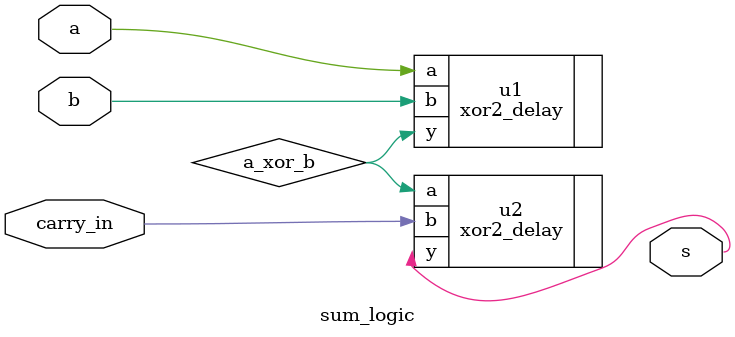
<source format=sv>
module sum_logic 
(
  input logic a,
  input logic b,
  input logic carry_in,
  output logic s
);

  logic a_xor_b;  

xor2_delay u1 
(
	.a(a), 
	.b(b), 
  .y(a_xor_b)
); 

xor2_delay u2 
(
  .a(a_xor_b), 
  .b(carry_in), 
  .y(s)
); 

endmodule
</source>
